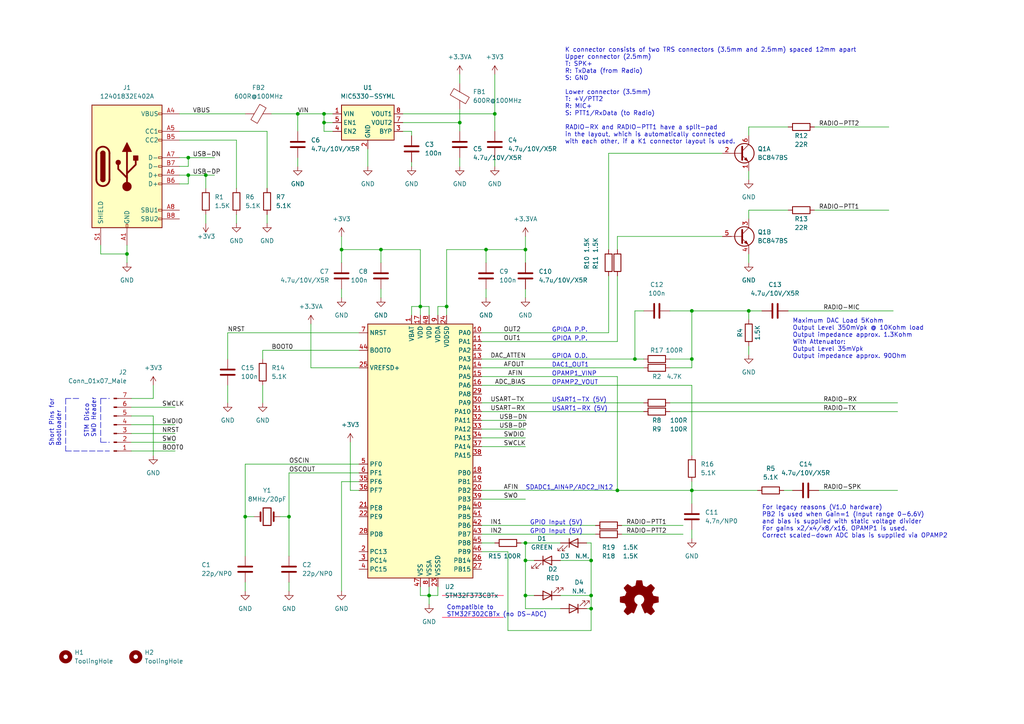
<source format=kicad_sch>
(kicad_sch (version 20211123) (generator eeschema)
  (paper "A4")
  (title_block (title "All-In-One-Cable (AIOC)") (rev "1.2"))
  (lib_symbols
    (symbol "Connector:Conn_01x07_Male" (pin_names (offset 1.016) hide)
      (property "Reference" "J" (at 0 10.16 0))
      (property "Value" "Conn_01x07_Male" (at 0 -10.16 0))
      (symbol "Conn_01x07_Male_1_1"
        (pin passive line (at 5.08 7.62 180) (length 3.81) (name "Pin_1") (number "1"))
        (pin passive line (at 5.08 5.08 180) (length 3.81) (name "Pin_2") (number "2"))
        (pin passive line (at 5.08 2.54 180) (length 3.81) (name "Pin_3") (number "3"))
        (pin passive line (at 5.08 0 180) (length 3.81) (name "Pin_4") (number "4"))
        (pin passive line (at 5.08 -2.54 180) (length 3.81) (name "Pin_5") (number "5"))
        (pin passive line (at 5.08 -5.08 180) (length 3.81) (name "Pin_6") (number "6"))
        (pin passive line (at 5.08 -7.62 180) (length 3.81) (name "Pin_7") (number "7"))
      )
    )
    (symbol "Connector:USB_C_Receptacle_USB2.0" (pin_names (offset 1.016))
      (property "Reference" "J" (at -10.16 19.05 0))
      (property "Value" "USB_C_Receptacle_USB2.0" (at 19.05 19.05 0))
      (symbol "USB_C_Receptacle_USB2.0_1_1"
        (pin passive line (at 0 -22.86 90) (length 5.08) (name "GND") (number "A1"))
        (pin passive line (at 0 -22.86 90) (length 5.08) hide (name "GND") (number "A12"))
        (pin passive line (at 15.24 15.24 180) (length 5.08) (name "VBUS") (number "A4"))
        (pin bidirectional line (at 15.24 10.16 180) (length 5.08) (name "CC1") (number "A5"))
        (pin bidirectional line (at 15.24 -2.54 180) (length 5.08) (name "D+") (number "A6"))
        (pin bidirectional line (at 15.24 2.54 180) (length 5.08) (name "D-") (number "A7"))
        (pin bidirectional line (at 15.24 -12.7 180) (length 5.08) (name "SBU1") (number "A8"))
        (pin passive line (at 15.24 15.24 180) (length 5.08) hide (name "VBUS") (number "A9"))
        (pin passive line (at 0 -22.86 90) (length 5.08) hide (name "GND") (number "B1"))
        (pin passive line (at 0 -22.86 90) (length 5.08) hide (name "GND") (number "B12"))
        (pin passive line (at 15.24 15.24 180) (length 5.08) hide (name "VBUS") (number "B4"))
        (pin bidirectional line (at 15.24 7.62 180) (length 5.08) (name "CC2") (number "B5"))
        (pin bidirectional line (at 15.24 -5.08 180) (length 5.08) (name "D+") (number "B6"))
        (pin bidirectional line (at 15.24 0 180) (length 5.08) (name "D-") (number "B7"))
        (pin bidirectional line (at 15.24 -15.24 180) (length 5.08) (name "SBU2") (number "B8"))
        (pin passive line (at 15.24 15.24 180) (length 5.08) hide (name "VBUS") (number "B9"))
        (pin passive line (at -7.62 -22.86 90) (length 5.08) (name "SHIELD") (number "S1"))
      )
    )
    (symbol "Device:C" (pin_numbers hide) (pin_names (offset 0.254))
      (property "Reference" "C" (at 0.635 2.54 0))
      (property "Value" "C" (at 0.635 -2.54 0))
      (symbol "C_1_1"
        (pin passive line (at 0 3.81 270) (length 2.794) (name "~") (number "1"))
        (pin passive line (at 0 -3.81 90) (length 2.794) (name "~") (number "2"))
      )
    )
    (symbol "Device:Crystal" (pin_numbers hide) (pin_names (offset 1.016) hide)
      (property "Reference" "Y" (at 0 3.81 0))
      (property "Value" "Crystal" (at 0 -3.81 0))
      (symbol "Crystal_1_1"
        (pin passive line (at -3.81 0 0) (length 1.27) (name "1") (number "1"))
        (pin passive line (at 3.81 0 180) (length 1.27) (name "2") (number "2"))
      )
    )
    (symbol "Device:FerriteBead" (pin_numbers hide) (pin_names (offset 0))
      (property "Reference" "FB" (at -3.81 0.635 90))
      (property "Value" "FerriteBead" (at 3.81 0 90))
      (symbol "FerriteBead_1_1"
        (pin passive line (at 0 3.81 270) (length 2.54) (name "~") (number "1"))
        (pin passive line (at 0 -3.81 90) (length 2.54) (name "~") (number "2"))
      )
    )
    (symbol "Device:LED" (pin_numbers hide) (pin_names (offset 1.016) hide)
      (property "Reference" "D" (at 0 2.54 0))
      (property "Value" "LED" (at 0 -2.54 0))
      (symbol "LED_1_1"
        (pin passive line (at -3.81 0 0) (length 2.54) (name "K") (number "1"))
        (pin passive line (at 3.81 0 180) (length 2.54) (name "A") (number "2"))
      )
    )
    (symbol "Device:Q_Dual_NPN_NPN_E1B1C2E2B2C1" (pin_names (offset 0) hide)
      (property "Reference" "Q" (at 5.08 1.27 0))
      (property "Value" "Q_Dual_NPN_NPN_E1B1C2E2B2C1" (at 5.08 -1.27 0))
      (symbol "Q_Dual_NPN_NPN_E1B1C2E2B2C1_1_1"
        (pin passive line (at 2.54 -5.08 90) (length 2.54) (name "E1") (number "1"))
        (pin input line (at -5.08 0 0) (length 2.54) (name "B1") (number "2"))
        (pin passive line (at 2.54 5.08 270) (length 2.54) (name "C1") (number "6"))
      )
      (symbol "Q_Dual_NPN_NPN_E1B1C2E2B2C1_2_1"
        (pin passive line (at 2.54 5.08 270) (length 2.54) (name "C2") (number "3"))
        (pin passive line (at 2.54 -5.08 90) (length 2.54) (name "E2") (number "4"))
        (pin input line (at -5.08 0 0) (length 2.54) (name "B2") (number "5"))
      )
    )
    (symbol "Device:R" (pin_numbers hide) (pin_names (offset 0))
      (property "Reference" "R" (at 2.032 0 90))
      (property "Value" "R" (at 0 0 90))
      (symbol "R_1_1"
        (pin passive line (at 0 3.81 270) (length 1.27) (name "~") (number "1"))
        (pin passive line (at 0 -3.81 90) (length 1.27) (name "~") (number "2"))
      )
    )
    (symbol "Graphic:Logo_Open_Hardware_Small" (pin_names (offset 1.016)))
    (symbol "MCU_ST_STM32F3:STM32F373CBTx"
      (property "Reference" "U" (at -15.24 36.83 0))
      (property "Value" "STM32F373CBTx" (at 10.16 36.83 0))
      (symbol "STM32F373CBTx_1_1"
        (pin power_in line (at -2.54 38.1 270) (length 2.54) (name "VBAT") (number "1"))
        (pin bidirectional line (at 17.78 33.02 180) (length 2.54) (name "PA0") (number "10"))
        (pin bidirectional line (at 17.78 30.48 180) (length 2.54) (name "PA1") (number "11"))
        (pin bidirectional line (at 17.78 27.94 180) (length 2.54) (name "PA2") (number "12"))
        (pin bidirectional line (at 17.78 25.4 180) (length 2.54) (name "PA3") (number "13"))
        (pin bidirectional line (at 17.78 22.86 180) (length 2.54) (name "PA4") (number "14"))
        (pin bidirectional line (at 17.78 20.32 180) (length 2.54) (name "PA5") (number "15"))
        (pin bidirectional line (at 17.78 17.78 180) (length 2.54) (name "PA6") (number "16"))
        (pin power_in line (at 0 38.1 270) (length 2.54) (name "VDD") (number "17"))
        (pin bidirectional line (at 17.78 -7.62 180) (length 2.54) (name "PB0") (number "18"))
        (pin bidirectional line (at 17.78 -10.16 180) (length 2.54) (name "PB1") (number "19"))
        (pin bidirectional line (at -17.78 -30.48 0) (length 2.54) (name "PC13") (number "2"))
        (pin bidirectional line (at 17.78 -12.7 180) (length 2.54) (name "PB2") (number "20"))
        (pin bidirectional line (at -17.78 -17.78 0) (length 2.54) (name "PE8") (number "21"))
        (pin bidirectional line (at -17.78 -20.32 0) (length 2.54) (name "PE9") (number "22"))
        (pin power_in line (at 5.08 -40.64 90) (length 2.54) (name "VSSSD") (number "23"))
        (pin power_in line (at 7.62 38.1 270) (length 2.54) (name "VDDSD") (number "24"))
        (pin power_in line (at -17.78 22.86 0) (length 2.54) (name "VREFSD+") (number "25"))
        (pin bidirectional line (at 17.78 -33.02 180) (length 2.54) (name "PB14") (number "26"))
        (pin bidirectional line (at 17.78 -35.56 180) (length 2.54) (name "PB15") (number "27"))
        (pin bidirectional line (at -17.78 -25.4 0) (length 2.54) (name "PD8") (number "28"))
        (pin bidirectional line (at 17.78 15.24 180) (length 2.54) (name "PA8") (number "29"))
        (pin bidirectional line (at -17.78 -33.02 0) (length 2.54) (name "PC14") (number "3"))
        (pin bidirectional line (at 17.78 12.7 180) (length 2.54) (name "PA9") (number "30"))
        (pin bidirectional line (at 17.78 10.16 180) (length 2.54) (name "PA10") (number "31"))
        (pin bidirectional line (at 17.78 7.62 180) (length 2.54) (name "PA11") (number "32"))
        (pin bidirectional line (at 17.78 5.08 180) (length 2.54) (name "PA12") (number "33"))
        (pin bidirectional line (at 17.78 2.54 180) (length 2.54) (name "PA13") (number "34"))
        (pin bidirectional line (at -17.78 -10.16 0) (length 2.54) (name "PF6") (number "35"))
        (pin bidirectional line (at -17.78 -12.7 0) (length 2.54) (name "PF7") (number "36"))
        (pin bidirectional line (at 17.78 0 180) (length 2.54) (name "PA14") (number "37"))
        (pin bidirectional line (at 17.78 -2.54 180) (length 2.54) (name "PA15") (number "38"))
        (pin bidirectional line (at 17.78 -15.24 180) (length 2.54) (name "PB3") (number "39"))
        (pin bidirectional line (at -17.78 -35.56 0) (length 2.54) (name "PC15") (number "4"))
        (pin bidirectional line (at 17.78 -17.78 180) (length 2.54) (name "PB4") (number "40"))
        (pin bidirectional line (at 17.78 -20.32 180) (length 2.54) (name "PB5") (number "41"))
        (pin bidirectional line (at 17.78 -22.86 180) (length 2.54) (name "PB6") (number "42"))
        (pin bidirectional line (at 17.78 -25.4 180) (length 2.54) (name "PB7") (number "43"))
        (pin input line (at -17.78 27.94 0) (length 2.54) (name "BOOT0") (number "44"))
        (pin bidirectional line (at 17.78 -27.94 180) (length 2.54) (name "PB8") (number "45"))
        (pin bidirectional line (at 17.78 -30.48 180) (length 2.54) (name "PB9") (number "46"))
        (pin power_in line (at 0 -40.64 90) (length 2.54) (name "VSS") (number "47"))
        (pin power_in line (at 2.54 38.1 270) (length 2.54) (name "VDD") (number "48"))
        (pin input line (at -17.78 -5.08 0) (length 2.54) (name "PF0") (number "5"))
        (pin input line (at -17.78 -7.62 0) (length 2.54) (name "PF1") (number "6"))
        (pin input line (at -17.78 33.02 0) (length 2.54) (name "NRST") (number "7"))
        (pin power_in line (at 2.54 -40.64 90) (length 2.54) (name "VSSA") (number "8"))
        (pin power_in line (at 5.08 38.1 270) (length 2.54) (name "VDDA") (number "9"))
      )
    )
    (symbol "Mechanical:MountingHole" (pin_names (offset 1.016))
      (property "Reference" "H" (at 0 5.08 0))
      (property "Value" "MountingHole" (at 0 3.175 0))
    )
    (symbol "aioc:MIC5330-SSYML"
      (property "Reference" "U" (at 0 8.89 0))
      (property "Value" "MIC5330-SSYML" (at 0 6.35 0))
      (symbol "MIC5330-SSYML_1_1"
        (pin power_in line (at -10.16 2.54 0) (length 2.54) (name "VIN") (number "1"))
        (pin power_in line (at 0 -7.62 90) (length 2.54) (name "GND") (number "2"))
        (pin passive line (at 10.16 -2.54 180) (length 2.54) (name "BYP") (number "3"))
        (pin input line (at -10.16 -2.54 0) (length 2.54) (name "EN2") (number "4"))
        (pin input line (at -10.16 0 0) (length 2.54) (name "EN1") (number "5"))
        (pin power_out line (at 10.16 0 180) (length 2.54) (name "VOUT2") (number "7"))
        (pin power_out line (at 10.16 2.54 180) (length 2.54) (name "VOUT1") (number "8"))
        (pin passive line (at 0 -7.62 90) (length 2.54) hide (name "GND") (number "9"))
      )
    )
    (symbol "power:+3.3VA" (power) (pin_names (offset 0))
      (property "Value" "+3.3VA" (at 0 3.556 0))
      (symbol "+3.3VA_1_1"
        (pin power_in line (at 0 0 90) (length 0) hide (name "+3.3VA") (number "1"))
      )
    )
    (symbol "power:+3V3" (power) (pin_names (offset 0))
      (property "Value" "+3V3" (at 0 3.556 0))
      (symbol "+3V3_1_1"
        (pin power_in line (at 0 0 90) (length 0) hide (name "+3V3") (number "1"))
      )
    )
    (symbol "power:GND" (power) (pin_names (offset 0))
      (property "Value" "GND" (at 0 -3.81 0))
      (symbol "GND_1_1"
        (pin power_in line (at 0 0 270) (length 0) hide (name "GND") (number "1"))
      )
    )
  )
  (junction (at 54.61 45.72))
  (junction (at 152.4 162.56))
  (junction (at 36.83 73.66))
  (junction (at 59.69 50.8))
  (junction (at 171.45 172.72))
  (junction (at 93.98 33.02))
  (junction (at 140.97 72.39))
  (junction (at 86.36 33.02))
  (junction (at 152.4 157.48))
  (junction (at 152.4 172.72))
  (junction (at 171.45 162.56))
  (junction (at 171.45 176.53))
  (junction (at 129.54 88.9))
  (junction (at 179.07 142.24))
  (junction (at 184.15 104.14))
  (junction (at 121.92 88.9))
  (junction (at 133.35 35.56))
  (junction (at 152.4 72.39))
  (junction (at 217.17 90.17))
  (junction (at 200.66 90.17))
  (junction (at 99.06 72.39))
  (junction (at 110.49 72.39))
  (junction (at 54.61 50.8))
  (junction (at 71.12 149.86))
  (junction (at 124.46 172.72))
  (junction (at 200.66 142.24))
  (junction (at 83.82 149.86))
  (junction (at 200.66 104.14))
  (junction (at 143.51 33.02))
  (junction (at 93.98 35.56))
  (wire (pts (xy 194.31 119.38) (xy 260.35 119.38)))
  (wire (pts (xy 143.51 21.59) (xy 143.51 33.02)))
  (wire (pts (xy 179.07 80.01) (xy 179.07 99.06)))
  (wire (pts (xy 200.66 153.67) (xy 200.66 156.21)))
  (wire (pts (xy 200.66 106.68) (xy 200.66 104.14)))
  (wire (pts (xy 121.92 72.39) (xy 110.49 72.39)))
  (wire (pts (xy 124.46 172.72) (xy 124.46 175.26)))
  (wire (pts (xy 121.92 91.44) (xy 121.92 88.9)))
  (wire (pts (xy 124.46 88.9) (xy 124.46 91.44)))
  (wire (pts (xy 139.7 129.54) (xy 152.4 129.54)))
  (wire (pts (xy 228.6 90.17) (xy 259.08 90.17)))
  (wire (pts (xy 83.82 137.16) (xy 83.82 149.86)))
  (wire (pts (xy 171.45 157.48) (xy 170.18 157.48)))
  (wire (pts (xy 66.04 96.52) (xy 66.04 104.14)))
  (wire (pts (xy 86.36 33.02) (xy 93.98 33.02)))
  (wire (pts (xy 52.07 38.1) (xy 77.47 38.1)))
  (wire (pts (xy 99.06 68.58) (xy 99.06 72.39)))
  (wire (pts (xy 139.7 154.94) (xy 172.72 154.94)))
  (wire (pts (xy 140.97 72.39) (xy 140.97 76.2)))
  (wire (pts (xy 147.32 182.88) (xy 147.32 160.02)))
  (polyline (pts (xy 22.86 115.57) (xy 19.05 115.57)))
  (wire (pts (xy 77.47 62.23) (xy 77.47 64.77)))
  (wire (pts (xy 170.18 176.53) (xy 171.45 176.53)))
  (wire (pts (xy 236.22 36.83) (xy 257.81 36.83)))
  (wire (pts (xy 133.35 35.56) (xy 133.35 38.1)))
  (wire (pts (xy 162.56 176.53) (xy 152.4 176.53)))
  (wire (pts (xy 127 88.9) (xy 127 91.44)))
  (wire (pts (xy 96.52 35.56) (xy 93.98 35.56)))
  (wire (pts (xy 180.34 154.94) (xy 198.12 154.94)))
  (wire (pts (xy 66.04 111.76) (xy 66.04 116.84)))
  (wire (pts (xy 184.15 90.17) (xy 184.15 104.14)))
  (wire (pts (xy 152.4 72.39) (xy 152.4 76.2)))
  (wire (pts (xy 162.56 157.48) (xy 152.4 157.48)))
  (wire (pts (xy 104.14 96.52) (xy 66.04 96.52)))
  (polyline (pts (xy 29.21 115.57) (xy 29.21 128.27)))
  (wire (pts (xy 194.31 106.68) (xy 200.66 106.68)))
  (wire (pts (xy 38.1 115.57) (xy 44.45 115.57)))
  (wire (pts (xy 176.53 80.01) (xy 176.53 96.52)))
  (wire (pts (xy 93.98 33.02) (xy 96.52 33.02)))
  (polyline (pts (xy 19.05 130.81) (xy 31.75 130.81)))
  (wire (pts (xy 152.4 172.72) (xy 154.94 172.72)))
  (wire (pts (xy 128.27 172.72) (xy 146.05 172.72)) (stroke (width 0) (color 255 0 51 1)))
  (wire (pts (xy 93.98 38.1) (xy 93.98 35.56)))
  (wire (pts (xy 44.45 115.57) (xy 44.45 111.76)))
  (wire (pts (xy 139.7 142.24) (xy 179.07 142.24)))
  (wire (pts (xy 38.1 128.27) (xy 50.8 128.27)))
  (wire (pts (xy 217.17 73.66) (xy 217.17 76.2)))
  (wire (pts (xy 152.4 83.82) (xy 152.4 86.36)))
  (wire (pts (xy 71.12 149.86) (xy 73.66 149.86)))
  (wire (pts (xy 121.92 170.18) (xy 121.92 172.72)))
  (wire (pts (xy 99.06 139.7) (xy 99.06 171.45)))
  (wire (pts (xy 129.54 72.39) (xy 129.54 88.9)))
  (wire (pts (xy 29.21 71.12) (xy 29.21 73.66)))
  (wire (pts (xy 71.12 149.86) (xy 71.12 161.29)))
  (wire (pts (xy 119.38 38.1) (xy 119.38 39.37)))
  (wire (pts (xy 77.47 38.1) (xy 77.47 54.61)))
  (wire (pts (xy 116.84 38.1) (xy 119.38 38.1)))
  (wire (pts (xy 86.36 33.02) (xy 86.36 38.1)))
  (wire (pts (xy 217.17 39.37) (xy 217.17 36.83)))
  (wire (pts (xy 54.61 45.72) (xy 62.23 45.72)))
  (wire (pts (xy 110.49 72.39) (xy 110.49 76.2)))
  (wire (pts (xy 133.35 45.72) (xy 133.35 48.26)))
  (wire (pts (xy 139.7 127) (xy 152.4 127)))
  (wire (pts (xy 71.12 134.62) (xy 71.12 149.86)))
  (wire (pts (xy 217.17 90.17) (xy 220.98 90.17)))
  (wire (pts (xy 139.7 119.38) (xy 186.69 119.38)))
  (wire (pts (xy 171.45 176.53) (xy 171.45 172.72)))
  (wire (pts (xy 121.92 88.9) (xy 124.46 88.9)))
  (wire (pts (xy 59.69 50.8) (xy 59.69 54.61)))
  (wire (pts (xy 76.2 111.76) (xy 76.2 116.84)))
  (wire (pts (xy 171.45 162.56) (xy 171.45 172.72)))
  (wire (pts (xy 36.83 73.66) (xy 36.83 76.2)))
  (wire (pts (xy 83.82 168.91) (xy 83.82 171.45)))
  (wire (pts (xy 44.45 120.65) (xy 44.45 132.08)))
  (wire (pts (xy 139.7 144.78) (xy 152.4 144.78)))
  (wire (pts (xy 236.22 60.96) (xy 257.81 60.96)))
  (wire (pts (xy 237.49 142.24) (xy 260.35 142.24)))
  (wire (pts (xy 99.06 83.82) (xy 99.06 86.36)))
  (wire (pts (xy 119.38 88.9) (xy 121.92 88.9)))
  (wire (pts (xy 179.07 68.58) (xy 209.55 68.58)))
  (wire (pts (xy 194.31 116.84) (xy 260.35 116.84)))
  (polyline (pts (xy 29.21 128.27) (xy 31.75 128.27)))
  (wire (pts (xy 38.1 125.73) (xy 50.8 125.73)))
  (wire (pts (xy 152.4 176.53) (xy 152.4 172.72)))
  (wire (pts (xy 119.38 91.44) (xy 119.38 88.9)))
  (wire (pts (xy 52.07 50.8) (xy 54.61 50.8)))
  (wire (pts (xy 76.2 101.6) (xy 76.2 104.14)))
  (wire (pts (xy 217.17 92.71) (xy 217.17 90.17)))
  (wire (pts (xy 38.1 118.11) (xy 50.8 118.11)))
  (wire (pts (xy 186.69 90.17) (xy 184.15 90.17)))
  (wire (pts (xy 139.7 152.4) (xy 172.72 152.4)))
  (wire (pts (xy 217.17 36.83) (xy 228.6 36.83)))
  (wire (pts (xy 143.51 45.72) (xy 143.51 48.26)))
  (wire (pts (xy 124.46 170.18) (xy 124.46 172.72)))
  (wire (pts (xy 139.7 99.06) (xy 179.07 99.06)))
  (wire (pts (xy 194.31 90.17) (xy 200.66 90.17)))
  (wire (pts (xy 52.07 48.26) (xy 54.61 48.26)))
  (wire (pts (xy 143.51 33.02) (xy 143.51 38.1)))
  (wire (pts (xy 52.07 53.34) (xy 54.61 53.34)))
  (wire (pts (xy 176.53 44.45) (xy 209.55 44.45)))
  (wire (pts (xy 68.58 40.64) (xy 68.58 54.61)))
  (wire (pts (xy 104.14 139.7) (xy 99.06 139.7)))
  (wire (pts (xy 81.28 149.86) (xy 83.82 149.86)))
  (wire (pts (xy 116.84 33.02) (xy 143.51 33.02)))
  (wire (pts (xy 171.45 162.56) (xy 171.45 157.48)))
  (wire (pts (xy 133.35 21.59) (xy 133.35 24.13)))
  (wire (pts (xy 200.66 90.17) (xy 217.17 90.17)))
  (wire (pts (xy 200.66 146.05) (xy 200.66 142.24)))
  (wire (pts (xy 217.17 100.33) (xy 217.17 102.87)))
  (wire (pts (xy 127 170.18) (xy 127 172.72)))
  (wire (pts (xy 29.21 73.66) (xy 36.83 73.66)))
  (wire (pts (xy 139.7 111.76) (xy 200.66 111.76)))
  (wire (pts (xy 139.7 116.84) (xy 186.69 116.84)))
  (wire (pts (xy 119.38 46.99) (xy 119.38 48.26)))
  (wire (pts (xy 217.17 60.96) (xy 228.6 60.96)))
  (wire (pts (xy 162.56 162.56) (xy 171.45 162.56)))
  (wire (pts (xy 101.6 128.27) (xy 101.6 142.24)))
  (wire (pts (xy 104.14 101.6) (xy 76.2 101.6)))
  (wire (pts (xy 179.07 72.39) (xy 179.07 68.58)))
  (wire (pts (xy 110.49 83.82) (xy 110.49 86.36)))
  (wire (pts (xy 52.07 33.02) (xy 71.12 33.02)))
  (wire (pts (xy 129.54 72.39) (xy 140.97 72.39)))
  (wire (pts (xy 200.66 142.24) (xy 219.71 142.24)))
  (wire (pts (xy 217.17 49.53) (xy 217.17 52.07)))
  (wire (pts (xy 194.31 104.14) (xy 200.66 104.14)))
  (wire (pts (xy 200.66 104.14) (xy 200.66 90.17)))
  (wire (pts (xy 200.66 111.76) (xy 200.66 132.08)))
  (wire (pts (xy 83.82 137.16) (xy 104.14 137.16)))
  (wire (pts (xy 200.66 139.7) (xy 200.66 142.24)))
  (wire (pts (xy 139.7 96.52) (xy 176.53 96.52)))
  (wire (pts (xy 227.33 142.24) (xy 229.87 142.24)))
  (wire (pts (xy 106.68 43.18) (xy 106.68 48.26)))
  (wire (pts (xy 83.82 149.86) (xy 83.82 161.29)))
  (wire (pts (xy 116.84 35.56) (xy 133.35 35.56)))
  (wire (pts (xy 152.4 162.56) (xy 152.4 172.72)))
  (wire (pts (xy 44.45 120.65) (xy 38.1 120.65)))
  (wire (pts (xy 104.14 142.24) (xy 101.6 142.24)))
  (wire (pts (xy 71.12 168.91) (xy 71.12 171.45)))
  (wire (pts (xy 52.07 45.72) (xy 54.61 45.72)))
  (wire (pts (xy 68.58 62.23) (xy 68.58 64.77)))
  (wire (pts (xy 90.17 106.68) (xy 104.14 106.68)))
  (wire (pts (xy 129.54 88.9) (xy 127 88.9)))
  (polyline (pts (xy 19.05 115.57) (xy 19.05 130.81)))
  (wire (pts (xy 127 172.72) (xy 124.46 172.72)))
  (wire (pts (xy 96.52 38.1) (xy 93.98 38.1)))
  (polyline (pts (xy 29.21 115.57) (xy 31.75 115.57)))
  (wire (pts (xy 154.94 162.56) (xy 152.4 162.56)))
  (wire (pts (xy 121.92 72.39) (xy 121.92 88.9)))
  (wire (pts (xy 139.7 104.14) (xy 184.15 104.14)))
  (wire (pts (xy 54.61 50.8) (xy 54.61 53.34)))
  (wire (pts (xy 139.7 121.92) (xy 152.4 121.92)))
  (wire (pts (xy 59.69 50.8) (xy 62.23 50.8)))
  (wire (pts (xy 52.07 40.64) (xy 68.58 40.64)))
  (wire (pts (xy 147.32 182.88) (xy 171.45 182.88)))
  (wire (pts (xy 139.7 109.22) (xy 179.07 109.22)))
  (wire (pts (xy 139.7 157.48) (xy 143.51 157.48)))
  (wire (pts (xy 140.97 83.82) (xy 140.97 86.36)))
  (wire (pts (xy 128.27 179.07) (xy 146.05 179.07)) (stroke (width 0) (color 255 0 51 1)))
  (wire (pts (xy 54.61 45.72) (xy 54.61 48.26)))
  (wire (pts (xy 179.07 142.24) (xy 200.66 142.24)))
  (wire (pts (xy 162.56 172.72) (xy 171.45 172.72)))
  (wire (pts (xy 147.32 160.02) (xy 139.7 160.02)))
  (wire (pts (xy 139.7 106.68) (xy 186.69 106.68)))
  (wire (pts (xy 129.54 91.44) (xy 129.54 88.9)))
  (wire (pts (xy 124.46 172.72) (xy 121.92 172.72)))
  (wire (pts (xy 86.36 45.72) (xy 86.36 48.26)))
  (wire (pts (xy 140.97 72.39) (xy 152.4 72.39)))
  (wire (pts (xy 99.06 72.39) (xy 99.06 76.2)))
  (wire (pts (xy 54.61 50.8) (xy 59.69 50.8)))
  (wire (pts (xy 59.69 62.23) (xy 59.69 64.77)))
  (wire (pts (xy 217.17 63.5) (xy 217.17 60.96)))
  (wire (pts (xy 110.49 72.39) (xy 99.06 72.39)))
  (wire (pts (xy 36.83 71.12) (xy 36.83 73.66)))
  (wire (pts (xy 71.12 134.62) (xy 104.14 134.62)))
  (wire (pts (xy 151.13 157.48) (xy 152.4 157.48)))
  (wire (pts (xy 38.1 130.81) (xy 50.8 130.81)))
  (wire (pts (xy 152.4 157.48) (xy 152.4 162.56)))
  (wire (pts (xy 133.35 31.75) (xy 133.35 35.56)))
  (wire (pts (xy 139.7 124.46) (xy 152.4 124.46)))
  (wire (pts (xy 179.07 109.22) (xy 179.07 142.24)))
  (wire (pts (xy 93.98 33.02) (xy 93.98 35.56)))
  (wire (pts (xy 176.53 72.39) (xy 176.53 44.45)))
  (wire (pts (xy 180.34 152.4) (xy 198.12 152.4)))
  (wire (pts (xy 78.74 33.02) (xy 86.36 33.02)))
  (wire (pts (xy 152.4 68.58) (xy 152.4 72.39)))
  (wire (pts (xy 38.1 123.19) (xy 50.8 123.19)))
  (wire (pts (xy 171.45 182.88) (xy 171.45 176.53)))
  (wire (pts (xy 184.15 104.14) (xy 186.69 104.14)))
  (wire (pts (xy 90.17 93.98) (xy 90.17 106.68)))
  (text "STM Disco\nSWD Header" (at 27.94 127 90) (effects (font (size 1.27 1.27)) (justify left bottom)))
  (text "Short Pins for\nBootloader" (at 17.78 129.54 90) (effects (font (size 1.27 1.27)) (justify left bottom)))
  (text "GPIO Input (5V)" (at 153.67 154.94 0) (effects (font (size 1.27 1.27)) (justify left bottom)))
  (text "SDADC1_AIN4P/ADC2_IN12" (at 152.4 142.24 0) (effects (font (size 1.27 1.27)) (justify left bottom)))
  (text "For legacy reasons (V1.0 hardware) \nPB2 is used when Gain=1 (Input range 0-6.6V)\nand bias is supplied with static voltage divider\nFor gains x2/x4/x8/x16, OPAMP1 is used.\nCorrect scaled-down ADC bias is supplied via OPAMP2" (at 220.98 156.21 0) (effects (font (size 1.27 1.27)) (justify left bottom)))
  (text "OPAMP2_VOUT" (at 160.02 111.76 0) (effects (font (size 1.27 1.27)) (justify left bottom)))
  (text "USART1-TX (5V)" (at 160.02 116.84 0) (effects (font (size 1.27 1.27)) (justify left bottom)))
  (text "OPAMP1_VINP" (at 160.02 109.22 0) (effects (font (size 1.27 1.27)) (justify left bottom)))
  (text "K connector consists of two TRS connectors (3.5mm and 2.5mm) spaced 12mm apart\nUpper connector (2.5mm)\nT: SPK+\nR: TxData (from Radio)\nS: GND\n\nLower connector (3.5mm)\nT: +V/PTT2\nR: MIC+\nS: PTT1/RxData (to Radio)\n\nRADIO-RX and RADIO-PTT1 have a split-pad \nin the layout, which is automatically connected \nwith each other, if a K1 connector layout is used." (at 163.83 41.91 0) (effects (font (size 1.27 1.27)) (justify left bottom)))
  (text "GPIOA P.P." (at 160.02 99.06 0) (effects (font (size 1.27 1.27)) (justify left bottom)))
  (text "DAC1_OUT1" (at 160.02 106.68 0) (effects (font (size 1.27 1.27)) (justify left bottom)))
  (text "GPIOA O.D." (at 160.02 104.14 0) (effects (font (size 1.27 1.27)) (justify left bottom)))
  (text "Compatible to \nSTM32F302CBTx (no DS-ADC)" (at 129.54 179.07 0) (effects (font (size 1.27 1.27)) (justify left bottom)))
  (text "Maximum DAC Load 5Kohm\nOutput Level 350mVpk @ 10Kohm load\nOutput impedance approx. 1.3Kohm\nWith Attenuator:\nOutput Level 35mVpk\nOutput impedance approx. 90Ohm" (at 229.87 104.14 0) (effects (font (size 1.27 1.27)) (justify left bottom)))
  (text "USART1-RX (5V)" (at 160.02 119.38 0) (effects (font (size 1.27 1.27)) (justify left bottom)))
  (text "GPIO Input (5V)" (at 153.67 152.4 0) (effects (font (size 1.27 1.27)) (justify left bottom)))
  (text "GPIOA P.P." (at 160.02 96.52 0) (effects (font (size 1.27 1.27)) (justify left bottom)))
  (label "IN2" (at 142.24 154.94 0))
  (label "OSCIN" (at 83.82 134.62 0))
  (label "IN1" (at 142.24 152.4 0))
  (label "RADIO-PTT2" (at 237.49 36.83 0))
  (label "AFIN" (at 146.05 142.24 0))
  (label "RADIO-PTT1" (at 181.61 152.4 0))
  (label "VBUS" (at 55.88 33.02 0))
  (label "NRST" (at 66.04 96.52 0))
  (label "OUT2" (at 146.05 96.52 0))
  (label "SWO" (at 46.99 128.27 0))
  (label "SWO" (at 146.05 144.78 0))
  (label "SWDIO" (at 146.05 127 0))
  (label "USB-DN" (at 55.88 45.72 0))
  (label "OSCOUT" (at 83.82 137.16 0))
  (label "USB-DP" (at 55.88 50.8 0))
  (label "BOOT0" (at 78.74 101.6 0))
  (label "USART-RX" (at 142.24 119.38 0))
  (label "SWDIO" (at 46.99 123.19 0))
  (label "USB-DP" (at 144.78 124.46 0))
  (label "VIN" (at 86.36 33.02 0))
  (label "OUT1" (at 146.05 99.06 0))
  (label "AFIN" (at 147.32 109.22 0))
  (label "RADIO-PTT2" (at 181.61 154.94 0))
  (label "AFOUT" (at 146.05 106.68 0))
  (label "SWCLK" (at 46.99 118.11 0))
  (label "RADIO-RX" (at 238.76 116.84 0))
  (label "RADIO-MIC" (at 238.76 90.17 0))
  (label "RADIO-PTT1" (at 237.49 60.96 0))
  (label "ADC_BIAS" (at 143.51 111.76 0))
  (label "USART-TX" (at 142.24 116.84 0))
  (label "SWCLK" (at 146.05 129.54 0))
  (label "BOOT0" (at 46.99 130.81 0))
  (label "NRST" (at 46.99 125.73 0))
  (label "RADIO-SPK" (at 238.76 142.24 0))
  (label "DAC_ATTEN" (at 142.24 104.14 0))
  (label "USB-DN" (at 144.78 121.92 0))
  (label "RADIO-TX" (at 238.76 119.38 0))
  (symbol (lib_id "Device:R") (at 190.5 116.84 270) (unit 1)
    (property "Reference" "R8" (at 190.5 121.92 90))
    (property "Value" "100R" (at 196.85 121.92 90))
    (property "Footprint" "Resistor_SMD:R_0603_1608Metric" (effects hide))
    (property "LCSC" "C22775" (effects hide))
  )
  (symbol (lib_id "power:+3V3") (at 59.69 64.77 180) (unit 1)
    (property "Reference" "#PWR07" (effects hide))
    (property "Value" "+3V3" (at 57.15 68.58 0) (effects (justify right)))
  )
  (symbol (lib_id "Mechanical:MountingHole") (at 19.05 190.5 0) (unit 1) (in_bom no)
    (property "Reference" "H1" (at 21.59 189.2299 0) (effects (justify left)))
    (property "Value" "ToolingHole" (at 21.59 191.7699 0) (effects (justify left)))
    (property "Footprint" "AIOC:TOOLING-HOLE" (effects hide))
  )
  (symbol (lib_id "power:GND") (at 99.06 86.36 0) (mirror y) (unit 1)
    (property "Reference" "#PWR0115" (effects hide))
    (property "Value" "GND" (at 99.06 91.44 0))
  )
  (symbol (lib_id "power:+3.3VA") (at 133.35 21.59 0) (unit 1)
    (property "Reference" "#PWR0109" (effects hide))
    (property "Value" "+3.3VA" (at 133.35 16.51 0))
  )
  (symbol (lib_id "Graphic:Logo_Open_Hardware_Small") (at 185.42 173.99 0) (unit 1)
    (property "Reference" "#LOGO1" (effects hide))
    (property "Value" "Logo_Open_Hardware_Small" (effects hide))
  )
  (symbol (lib_id "power:+3V3") (at 143.51 21.59 0) (unit 1)
    (property "Reference" "#PWR0108" (effects hide))
    (property "Value" "+3V3" (at 143.51 16.51 0))
  )
  (symbol (lib_id "Device:R") (at 190.5 104.14 270) (unit 1)
    (property "Reference" "R17" (at 190.5 101.6 90))
    (property "Value" "100R" (at 195.58 101.6 90))
    (property "Footprint" "Resistor_SMD:R_0603_1608Metric" (effects hide))
    (property "LCSC" "C22775" (effects hide))
  )
  (symbol (lib_id "Device:R") (at 147.32 157.48 270) (unit 1)
    (property "Reference" "R15" (at 143.51 161.29 90))
    (property "Value" "100R" (at 148.59 161.29 90))
    (property "Footprint" "Resistor_SMD:R_0603_1608Metric" (effects hide))
    (property "LCSC" "C22775" (effects hide))
  )
  (symbol (lib_id "Device:Q_Dual_NPN_NPN_E1B1C2E2B2C1") (at 214.63 68.58 0) (unit 2)
    (property "Reference" "Q1" (at 219.71 67.3099 0) (effects (justify left)))
    (property "Value" "BC847BS" (at 219.71 69.8499 0) (effects (justify left)))
    (property "Footprint" "Package_TO_SOT_SMD:SOT-363_SC-70-6" (effects hide))
    (property "LCSC" "C8653" (effects hide))
  )
  (symbol (lib_id "power:GND") (at 36.83 76.2 0) (unit 1)
    (property "Reference" "#PWR0101" (effects hide))
    (property "Value" "GND" (at 36.83 81.28 0))
  )
  (symbol (lib_id "power:GND") (at 66.04 116.84 0) (mirror y) (unit 1)
    (property "Reference" "#PWR0121" (effects hide))
    (property "Value" "GND" (at 66.04 121.92 0))
  )
  (symbol (lib_id "Device:LED") (at 166.37 157.48 0) (unit 1)
    (property "Reference" "D3" (at 163.83 161.29 0))
    (property "Value" "N.M." (at 168.91 161.29 0))
    (property "Footprint" "LED_SMD:LED_0603_1608Metric" (effects hide))
  )
  (symbol (lib_id "Device:R") (at 68.58 58.42 180) (unit 1)
    (property "Reference" "R6" (at 71.12 57.1499 0) (effects (justify right)))
    (property "Value" "5.1K" (at 71.12 59.6899 0) (effects (justify right)))
    (property "Footprint" "Resistor_SMD:R_0603_1608Metric" (effects hide))
    (property "LCSC" "C23186" (effects hide))
  )
  (symbol (lib_id "MCU_ST_STM32F3:STM32F373CBTx") (at 121.92 129.54 0) (unit 1)
    (property "Reference" "U2" (at 129.0194 170.18 0) (effects (justify left)))
    (property "Value" "STM32F373CBTx" (at 129.0194 172.72 0) (effects (justify left)))
    (property "Footprint" "Package_QFP:LQFP-48_7x7mm_P0.5mm" (effects hide))
    (property "Datasheet" "http://www.st.com/st-web-ui/static/active/en/resource/technical/document/datasheet/DM00046749.pdf" (effects hide))
    (property "LCSC" "C94046" (effects hide))
  )
  (symbol (lib_id "Device:C") (at 190.5 90.17 90) (unit 1)
    (property "Reference" "C12" (at 190.5 82.55 90))
    (property "Value" "100n" (at 190.5 85.09 90))
    (property "Footprint" "Capacitor_SMD:C_0603_1608Metric" (effects hide))
    (property "LCSC" "C14663" (effects hide))
  )
  (symbol (lib_id "Device:FerriteBead") (at 133.35 27.94 0) (unit 1)
    (property "Reference" "FB1" (at 137.16 26.6191 0) (effects (justify left)))
    (property "Value" "600R@100MHz" (at 137.16 29.1591 0) (effects (justify left)))
    (property "Footprint" "Inductor_SMD:L_0603_1608Metric" (effects hide))
    (property "LCSC" "C1002" (effects hide))
  )
  (symbol (lib_id "Device:LED") (at 158.75 162.56 0) (unit 1)
    (property "Reference" "D1" (at 157.1625 156.21 0))
    (property "Value" "GREEN" (at 157.1625 158.75 0))
    (property "Footprint" "LED_SMD:LED_0603_1608Metric" (effects hide))
    (property "LCSC" "C72043" (effects hide))
  )
  (symbol (lib_id "power:+3V3") (at 99.06 68.58 0) (unit 1)
    (property "Reference" "#PWR0113" (effects hide))
    (property "Value" "+3V3" (at 99.06 63.5 0))
  )
  (symbol (lib_id "power:+3.3VA") (at 152.4 68.58 0) (unit 1)
    (property "Reference" "#PWR0112" (effects hide))
    (property "Value" "+3.3VA" (at 152.4 63.5 0))
  )
  (symbol (lib_id "Device:C") (at 71.12 165.1 0) (unit 1)
    (property "Reference" "C1" (at 58.42 163.83 0) (effects (justify left)))
    (property "Value" "22p/NP0" (at 58.42 166.37 0) (effects (justify left)))
    (property "Footprint" "Capacitor_SMD:C_0603_1608Metric" (effects hide))
    (property "LCSC" "C1653" (effects hide))
  )
  (symbol (lib_id "power:GND") (at 217.17 52.07 0) (unit 1)
    (property "Reference" "#PWR05" (effects hide))
    (property "Value" "GND" (at 217.17 57.15 0))
  )
  (symbol (lib_id "Device:C") (at 224.79 90.17 90) (unit 1)
    (property "Reference" "C13" (at 224.79 82.55 90))
    (property "Value" "4.7u/10V/X5R" (at 224.79 85.09 90))
    (property "Footprint" "Capacitor_SMD:C_0603_1608Metric" (effects hide))
    (property "LCSC" "C19666" (effects hide))
  )
  (symbol (lib_id "Device:FerriteBead") (at 74.93 33.02 270) (unit 1)
    (property "Reference" "FB2" (at 74.9808 25.4 90))
    (property "Value" "600R@100MHz" (at 74.9808 27.94 90))
    (property "Footprint" "Inductor_SMD:L_0603_1608Metric" (effects hide))
    (property "LCSC" "C1002" (effects hide))
  )
  (symbol (lib_id "power:GND") (at 77.47 64.77 0) (unit 1)
    (property "Reference" "#PWR0120" (effects hide))
    (property "Value" "GND" (at 77.47 69.85 0))
  )
  (symbol (lib_id "Device:R") (at 232.41 36.83 270) (unit 1)
    (property "Reference" "R12" (at 232.41 39.37 90))
    (property "Value" "22R" (at 232.41 41.91 90))
    (property "Footprint" "Resistor_SMD:R_0603_1608Metric" (effects hide))
    (property "LCSC" "C23345" (effects hide))
  )
  (symbol (lib_id "Device:Q_Dual_NPN_NPN_E1B1C2E2B2C1") (at 214.63 44.45 0) (unit 1)
    (property "Reference" "Q1" (at 219.71 43.1799 0) (effects (justify left)))
    (property "Value" "BC847BS" (at 219.71 45.7199 0) (effects (justify left)))
    (property "Footprint" "Package_TO_SOT_SMD:SOT-363_SC-70-6" (effects hide))
    (property "LCSC" "C8653" (effects hide))
  )
  (symbol (lib_id "power:GND") (at 124.46 175.26 0) (unit 1)
    (property "Reference" "#PWR0102" (effects hide))
    (property "Value" "GND" (at 124.46 180.34 0))
  )
  (symbol (lib_id "aioc:MIC5330-SSYML") (at 106.68 35.56 0) (unit 1)
    (property "Reference" "U1" (at 106.68 25.4 0))
    (property "Value" "MIC5330-SSYML" (at 106.68 27.94 0))
    (property "Footprint" "AIOC:Micrel_MLF-8-1EP_2x2mm_P0.5mm_EP0.6x1.2mm" (effects hide))
    (property "Datasheet" "http://ww1.microchip.com/downloads/en/DeviceDoc/mic5330.pdf" (effects hide))
    (property "LCSC" "C144168" (effects hide))
  )
  (symbol (lib_id "power:GND") (at 44.45 132.08 0) (mirror y) (unit 1)
    (property "Reference" "#PWR0124" (effects hide))
    (property "Value" "GND" (at 44.45 137.16 0))
  )
  (symbol (lib_id "Device:R") (at 176.53 154.94 270) (unit 1)
    (property "Reference" "R18" (at 176.53 161.29 90))
    (property "Value" "1.5K" (at 182.88 161.29 90))
    (property "Footprint" "Resistor_SMD:R_0603_1608Metric" (effects hide))
    (property "LCSC" "C22843" (effects hide))
  )
  (symbol (lib_id "power:+3V3") (at 101.6 128.27 0) (unit 1)
    (property "Reference" "#PWR0125" (effects hide))
    (property "Value" "+3V3" (at 101.6 123.19 0))
  )
  (symbol (lib_id "Device:Crystal") (at 77.47 149.86 0) (unit 1)
    (property "Reference" "Y1" (at 77.47 142.24 0))
    (property "Value" "8MHz/20pF" (at 77.47 144.78 0))
    (property "Footprint" "AIOC:Crystal_SMD_5032-2Pin_5.0x3.2mm" (effects hide))
    (property "LCSC" "C115962" (effects hide))
  )
  (symbol (lib_id "Device:R") (at 59.69 58.42 180) (unit 1)
    (property "Reference" "R1" (at 62.23 57.1499 0) (effects (justify right)))
    (property "Value" "1.5K" (at 62.23 59.6899 0) (effects (justify right)))
    (property "Footprint" "Resistor_SMD:R_0603_1608Metric" (effects hide))
    (property "LCSC" "C22843" (effects hide))
  )
  (symbol (lib_id "Device:C") (at 233.68 142.24 90) (unit 1)
    (property "Reference" "C14" (at 233.68 134.62 90))
    (property "Value" "4.7u/10V/X5R" (at 233.68 137.16 90))
    (property "Footprint" "Capacitor_SMD:C_0603_1608Metric" (effects hide))
    (property "LCSC" "C19666" (effects hide))
  )
  (symbol (lib_id "power:+3.3VA") (at 90.17 93.98 0) (unit 1)
    (property "Reference" "#PWR0116" (effects hide))
    (property "Value" "+3.3VA" (at 90.17 88.9 0))
  )
  (symbol (lib_id "Device:C") (at 152.4 80.01 0) (unit 1)
    (property "Reference" "C10" (at 156.21 78.7399 0) (effects (justify left)))
    (property "Value" "4.7u/10V/X5R" (at 156.21 81.2799 0) (effects (justify left)))
    (property "Footprint" "Capacitor_SMD:C_0603_1608Metric" (effects hide))
    (property "LCSC" "C19666" (effects hide))
  )
  (symbol (lib_id "Device:R") (at 190.5 119.38 270) (unit 1)
    (property "Reference" "R9" (at 190.5 124.46 90))
    (property "Value" "100R" (at 196.85 124.46 90))
    (property "Footprint" "Resistor_SMD:R_0603_1608Metric" (effects hide))
    (property "LCSC" "C22775" (effects hide))
  )
  (symbol (lib_id "Device:C") (at 200.66 149.86 0) (unit 1)
    (property "Reference" "C11" (at 204.47 148.59 0) (effects (justify left)))
    (property "Value" "4.7n/NP0" (at 204.47 151.1299 0) (effects (justify left)))
    (property "Footprint" "Capacitor_SMD:C_0603_1608Metric" (effects hide))
    (property "LCSC" "C53987" (effects hide))
  )
  (symbol (lib_id "power:GND") (at 110.49 86.36 0) (mirror y) (unit 1)
    (property "Reference" "#PWR0114" (effects hide))
    (property "Value" "GND" (at 110.49 91.44 0))
  )
  (symbol (lib_id "power:GND") (at 133.35 48.26 0) (unit 1)
    (property "Reference" "#PWR0126" (effects hide))
    (property "Value" "GND" (at 133.35 53.34 0))
  )
  (symbol (lib_id "Device:R") (at 77.47 58.42 180) (unit 1)
    (property "Reference" "R7" (at 80.01 57.1499 0) (effects (justify right)))
    (property "Value" "5.1K" (at 80.01 59.6899 0) (effects (justify right)))
    (property "Footprint" "Resistor_SMD:R_0603_1608Metric" (effects hide))
    (property "LCSC" "C23186" (effects hide))
  )
  (symbol (lib_id "power:+3V3") (at 44.45 111.76 0) (unit 1)
    (property "Reference" "#PWR0110" (effects hide))
    (property "Value" "+3V3" (at 44.45 106.68 0))
  )
  (symbol (lib_id "Device:R") (at 179.07 76.2 180) (unit 1)
    (property "Reference" "R11" (at 172.72 76.2 90))
    (property "Value" "1.5K" (at 172.72 71.12 90))
    (property "Footprint" "Resistor_SMD:R_0603_1608Metric" (effects hide))
    (property "LCSC" "C22843" (effects hide))
  )
  (symbol (lib_id "power:GND") (at 143.51 48.26 0) (unit 1)
    (property "Reference" "#PWR0106" (effects hide))
    (property "Value" "GND" (at 143.51 53.34 0))
  )
  (symbol (lib_id "Device:R") (at 176.53 76.2 180) (unit 1)
    (property "Reference" "R10" (at 170.18 76.2 90))
    (property "Value" "1.5K" (at 170.18 71.12 90))
    (property "Footprint" "Resistor_SMD:R_0603_1608Metric" (effects hide))
    (property "LCSC" "C22843" (effects hide))
  )
  (symbol (lib_id "power:GND") (at 152.4 86.36 0) (unit 1)
    (property "Reference" "#PWR0117" (effects hide))
    (property "Value" "GND" (at 152.4 91.44 0))
  )
  (symbol (lib_id "power:GND") (at 140.97 86.36 0) (unit 1)
    (property "Reference" "#PWR0118" (effects hide))
    (property "Value" "GND" (at 140.97 91.44 0))
  )
  (symbol (lib_id "power:GND") (at 217.17 102.87 0) (unit 1)
    (property "Reference" "#PWR03" (effects hide))
    (property "Value" "GND" (at 217.17 107.95 0))
  )
  (symbol (lib_id "Device:R") (at 190.5 106.68 270) (unit 1)
    (property "Reference" "R2" (at 190.5 109.22 90))
    (property "Value" "4.7K" (at 195.58 109.22 90))
    (property "Footprint" "Resistor_SMD:R_0603_1608Metric" (effects hide))
    (property "LCSC" "C23162" (effects hide))
  )
  (symbol (lib_id "Device:R") (at 200.66 135.89 0) (unit 1)
    (property "Reference" "R16" (at 203.2 134.6199 0) (effects (justify left)))
    (property "Value" "5.1K" (at 203.2 137.1599 0) (effects (justify left)))
    (property "Footprint" "Resistor_SMD:R_0603_1608Metric" (effects hide))
    (property "LCSC" "C23186" (effects hide))
  )
  (symbol (lib_id "Device:R") (at 223.52 142.24 270) (unit 1)
    (property "Reference" "R5" (at 223.52 135.89 90))
    (property "Value" "5.1K" (at 223.52 138.43 90))
    (property "Footprint" "Resistor_SMD:R_0603_1608Metric" (effects hide))
    (property "LCSC" "C23186" (effects hide))
  )
  (symbol (lib_id "power:GND") (at 217.17 76.2 0) (unit 1)
    (property "Reference" "#PWR06" (effects hide))
    (property "Value" "GND" (at 217.17 81.28 0))
  )
  (symbol (lib_id "Device:R") (at 76.2 107.95 180) (unit 1)
    (property "Reference" "R14" (at 78.74 106.6799 0) (effects (justify right)))
    (property "Value" "5.1K" (at 78.74 109.2199 0) (effects (justify right)))
    (property "Footprint" "Resistor_SMD:R_0603_1608Metric" (effects hide))
    (property "LCSC" "C23186" (effects hide))
  )
  (symbol (lib_id "Device:R") (at 217.17 96.52 180) (unit 1)
    (property "Reference" "R4" (at 214.63 96.52 90))
    (property "Value" "1.5K" (at 219.71 96.52 90))
    (property "Footprint" "Resistor_SMD:R_0603_1608Metric" (effects hide))
    (property "LCSC" "C22843" (effects hide))
  )
  (symbol (lib_id "Device:C") (at 99.06 80.01 0) (unit 1)
    (property "Reference" "C7" (at 92.71 78.74 0) (effects (justify left)))
    (property "Value" "4.7u/10V/X5R" (at 81.28 81.28 0) (effects (justify left)))
    (property "Footprint" "Capacitor_SMD:C_0603_1608Metric" (effects hide))
    (property "LCSC" "C19666" (effects hide))
  )
  (symbol (lib_id "Device:LED") (at 166.37 176.53 180) (unit 1)
    (property "Reference" "D4" (at 167.9575 168.91 0))
    (property "Value" "N.M." (at 167.9575 171.45 0))
    (property "Footprint" "LED_SMD:LED_0603_1608Metric" (effects hide))
  )
  (symbol (lib_id "Device:LED") (at 158.75 172.72 180) (unit 1)
    (property "Reference" "D2" (at 160.3375 165.1 0))
    (property "Value" "RED" (at 160.3375 167.64 0))
    (property "Footprint" "LED_SMD:LED_0603_1608Metric" (effects hide))
    (property "LCSC" "C2286" (effects hide))
  )
  (symbol (lib_id "Device:R") (at 232.41 60.96 270) (unit 1)
    (property "Reference" "R13" (at 232.41 63.5 90))
    (property "Value" "22R" (at 232.41 66.04 90))
    (property "Footprint" "Resistor_SMD:R_0603_1608Metric" (effects hide))
    (property "LCSC" "C23345" (effects hide))
  )
  (symbol (lib_id "Mechanical:MountingHole") (at 39.37 190.5 0) (unit 1) (in_bom no)
    (property "Reference" "H2" (at 41.91 189.2299 0) (effects (justify left)))
    (property "Value" "ToolingHole" (at 41.91 191.7699 0) (effects (justify left)))
    (property "Footprint" "AIOC:TOOLING-HOLE" (effects hide))
  )
  (symbol (lib_id "Device:C") (at 119.38 43.18 0) (mirror y) (unit 1)
    (property "Reference" "C3" (at 123.19 41.9099 0) (effects (justify right)))
    (property "Value" "100n" (at 123.19 44.4499 0) (effects (justify right)))
    (property "Footprint" "Capacitor_SMD:C_0603_1608Metric" (effects hide))
    (property "LCSC" "C14663" (effects hide))
  )
  (symbol (lib_id "power:GND") (at 99.06 171.45 0) (unit 1)
    (property "Reference" "#PWR0122" (effects hide))
    (property "Value" "GND" (at 99.06 176.53 0))
  )
  (symbol (lib_id "Device:C") (at 83.82 165.1 0) (unit 1)
    (property "Reference" "C2" (at 87.63 163.8299 0) (effects (justify left)))
    (property "Value" "22p/NP0" (at 87.63 166.3699 0) (effects (justify left)))
    (property "Footprint" "Capacitor_SMD:C_0603_1608Metric" (effects hide))
    (property "LCSC" "C1653" (effects hide))
  )
  (symbol (lib_id "Connector:USB_C_Receptacle_USB2.0") (at 36.83 48.26 0) (unit 1)
    (property "Reference" "J1" (at 36.83 25.4 0))
    (property "Value" "12401832E402A" (at 36.83 27.94 0))
    (property "Footprint" "AIOC:USB_C_Receptacle_Amphenol_12401832E40-2A" (effects hide))
    (property "Datasheet" "https://www.usb.org/sites/default/files/documents/usb_type-c.zip" (effects hide))
    (property "LCSC" "C464604" (effects hide))
  )
  (symbol (lib_id "Device:R") (at 176.53 152.4 270) (unit 1)
    (property "Reference" "R19" (at 176.53 158.75 90))
    (property "Value" "1.5K" (at 182.88 158.75 90))
    (property "Footprint" "Resistor_SMD:R_0603_1608Metric" (effects hide))
    (property "LCSC" "C22843" (effects hide))
  )
  (symbol (lib_id "power:GND") (at 119.38 48.26 0) (unit 1)
    (property "Reference" "#PWR0105" (effects hide))
    (property "Value" "GND" (at 119.38 53.34 0))
  )
  (symbol (lib_id "power:GND") (at 76.2 116.84 0) (mirror y) (unit 1)
    (property "Reference" "#PWR0123" (effects hide))
    (property "Value" "GND" (at 76.2 121.92 0))
  )
  (symbol (lib_id "power:GND") (at 86.36 48.26 0) (unit 1)
    (property "Reference" "#PWR0111" (effects hide))
    (property "Value" "GND" (at 86.36 53.34 0))
  )
  (symbol (lib_id "power:GND") (at 71.12 171.45 0) (unit 1)
    (property "Reference" "#PWR0103" (effects hide))
    (property "Value" "GND" (at 71.12 176.53 0))
  )
  (symbol (lib_id "Device:C") (at 66.04 107.95 0) (unit 1)
    (property "Reference" "C15" (at 69.85 106.6799 0) (effects (justify left)))
    (property "Value" "100n" (at 69.85 109.2199 0) (effects (justify left)))
    (property "Footprint" "Capacitor_SMD:C_0603_1608Metric" (effects hide))
    (property "LCSC" "C14663" (effects hide))
  )
  (symbol (lib_id "power:GND") (at 106.68 48.26 0) (unit 1)
    (property "Reference" "#PWR0107" (effects hide))
    (property "Value" "GND" (at 106.68 53.34 0))
  )
  (symbol (lib_id "power:GND") (at 83.82 171.45 0) (unit 1)
    (property "Reference" "#PWR0104" (effects hide))
    (property "Value" "GND" (at 83.82 176.53 0))
  )
  (symbol (lib_id "power:GND") (at 200.66 156.21 0) (unit 1)
    (property "Reference" "#PWR01" (effects hide))
    (property "Value" "GND" (at 200.66 161.29 0))
  )
  (symbol (lib_id "Device:C") (at 133.35 41.91 0) (unit 1)
    (property "Reference" "C5" (at 137.16 43.18 0) (effects (justify left)))
    (property "Value" "4.7u/10V/X5R" (at 137.16 45.72 0) (effects (justify left)))
    (property "Footprint" "Capacitor_SMD:C_0603_1608Metric" (effects hide))
    (property "LCSC" "C19666" (effects hide))
  )
  (symbol (lib_id "Device:C") (at 86.36 41.91 0) (unit 1)
    (property "Reference" "C6" (at 90.17 40.6399 0) (effects (justify left)))
    (property "Value" "4.7u/10V/X5R" (at 90.17 43.1799 0) (effects (justify left)))
    (property "Footprint" "Capacitor_SMD:C_0603_1608Metric" (effects hide))
    (property "LCSC" "C19666" (effects hide))
  )
  (symbol (lib_id "Device:C") (at 110.49 80.01 0) (mirror y) (unit 1)
    (property "Reference" "C8" (at 106.68 78.7399 0) (effects (justify left)))
    (property "Value" "100n" (at 106.68 81.2799 0) (effects (justify left)))
    (property "Footprint" "Capacitor_SMD:C_0603_1608Metric" (effects hide))
    (property "LCSC" "C14663" (effects hide))
  )
  (symbol (lib_id "power:GND") (at 68.58 64.77 0) (unit 1)
    (property "Reference" "#PWR0119" (effects hide))
    (property "Value" "GND" (at 68.58 69.85 0))
  )
  (symbol (lib_id "Device:C") (at 140.97 80.01 0) (mirror y) (unit 1)
    (property "Reference" "C9" (at 144.78 78.7399 0) (effects (justify right)))
    (property "Value" "100n" (at 144.78 81.2799 0) (effects (justify right)))
    (property "Footprint" "Capacitor_SMD:C_0603_1608Metric" (effects hide))
    (property "LCSC" "C14663" (effects hide))
  )
  (symbol (lib_id "Connector:Conn_01x07_Male") (at 33.02 123.19 0) (mirror x) (unit 1)
    (property "Reference" "J2" (at 36.83 107.95 0) (effects (justify right)))
    (property "Value" "Conn_01x07_Male" (at 36.83 110.49 0) (effects (justify right)))
    (property "Footprint" "Connector_PinHeader_1.27mm:PinHeader_1x07_P1.27mm_Vertical" (effects hide))
  )
  (symbol (lib_id "Device:C") (at 143.51 41.91 0) (unit 1)
    (property "Reference" "C4" (at 147.32 40.6399 0) (effects (justify left)))
    (property "Value" "4.7u/10V/X5R" (at 147.32 43.1799 0) (effects (justify left)))
    (property "Footprint" "Capacitor_SMD:C_0603_1608Metric" (effects hide))
    (property "LCSC" "C19666" (effects hide))
  )
)
</source>
